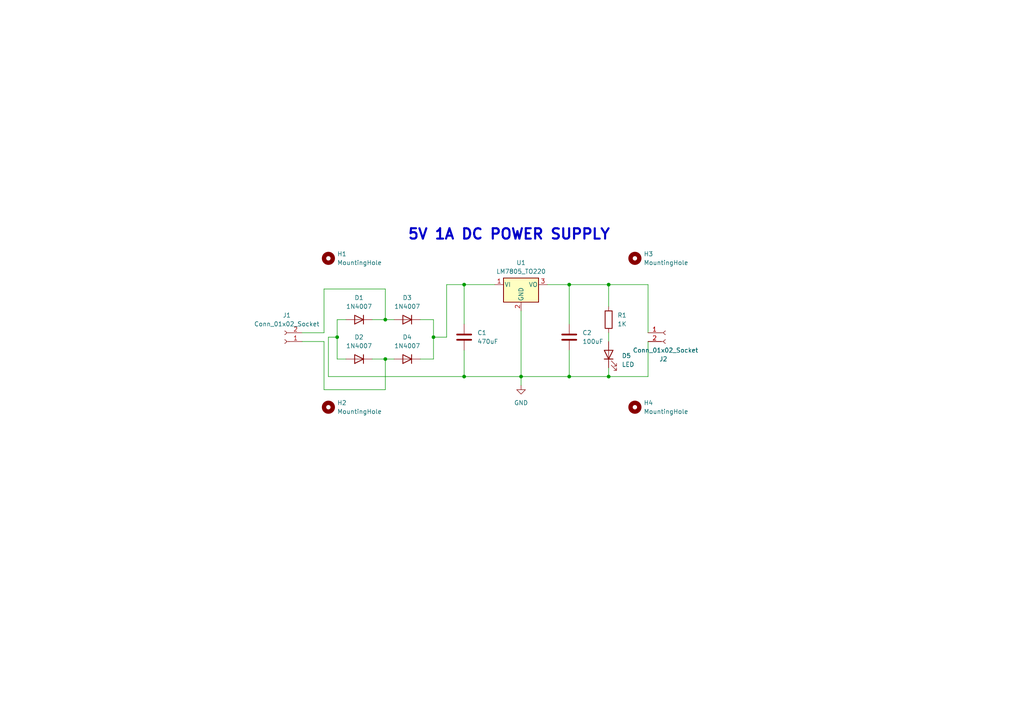
<source format=kicad_sch>
(kicad_sch (version 20230121) (generator eeschema)

  (uuid 6488552b-e040-42b4-8027-4551ee79687a)

  (paper "A4")

  (lib_symbols
    (symbol "Connector:Conn_01x02_Socket" (pin_names (offset 1.016) hide) (in_bom yes) (on_board yes)
      (property "Reference" "J" (at 0 2.54 0)
        (effects (font (size 1.27 1.27)))
      )
      (property "Value" "Conn_01x02_Socket" (at 0 -5.08 0)
        (effects (font (size 1.27 1.27)))
      )
      (property "Footprint" "" (at 0 0 0)
        (effects (font (size 1.27 1.27)) hide)
      )
      (property "Datasheet" "~" (at 0 0 0)
        (effects (font (size 1.27 1.27)) hide)
      )
      (property "ki_locked" "" (at 0 0 0)
        (effects (font (size 1.27 1.27)))
      )
      (property "ki_keywords" "connector" (at 0 0 0)
        (effects (font (size 1.27 1.27)) hide)
      )
      (property "ki_description" "Generic connector, single row, 01x02, script generated" (at 0 0 0)
        (effects (font (size 1.27 1.27)) hide)
      )
      (property "ki_fp_filters" "Connector*:*_1x??_*" (at 0 0 0)
        (effects (font (size 1.27 1.27)) hide)
      )
      (symbol "Conn_01x02_Socket_1_1"
        (arc (start 0 -2.032) (mid -0.5058 -2.54) (end 0 -3.048)
          (stroke (width 0.1524) (type default))
          (fill (type none))
        )
        (polyline
          (pts
            (xy -1.27 -2.54)
            (xy -0.508 -2.54)
          )
          (stroke (width 0.1524) (type default))
          (fill (type none))
        )
        (polyline
          (pts
            (xy -1.27 0)
            (xy -0.508 0)
          )
          (stroke (width 0.1524) (type default))
          (fill (type none))
        )
        (arc (start 0 0.508) (mid -0.5058 0) (end 0 -0.508)
          (stroke (width 0.1524) (type default))
          (fill (type none))
        )
        (pin passive line (at -5.08 0 0) (length 3.81)
          (name "Pin_1" (effects (font (size 1.27 1.27))))
          (number "1" (effects (font (size 1.27 1.27))))
        )
        (pin passive line (at -5.08 -2.54 0) (length 3.81)
          (name "Pin_2" (effects (font (size 1.27 1.27))))
          (number "2" (effects (font (size 1.27 1.27))))
        )
      )
    )
    (symbol "Device:C" (pin_numbers hide) (pin_names (offset 0.254)) (in_bom yes) (on_board yes)
      (property "Reference" "C" (at 0.635 2.54 0)
        (effects (font (size 1.27 1.27)) (justify left))
      )
      (property "Value" "C" (at 0.635 -2.54 0)
        (effects (font (size 1.27 1.27)) (justify left))
      )
      (property "Footprint" "" (at 0.9652 -3.81 0)
        (effects (font (size 1.27 1.27)) hide)
      )
      (property "Datasheet" "~" (at 0 0 0)
        (effects (font (size 1.27 1.27)) hide)
      )
      (property "ki_keywords" "cap capacitor" (at 0 0 0)
        (effects (font (size 1.27 1.27)) hide)
      )
      (property "ki_description" "Unpolarized capacitor" (at 0 0 0)
        (effects (font (size 1.27 1.27)) hide)
      )
      (property "ki_fp_filters" "C_*" (at 0 0 0)
        (effects (font (size 1.27 1.27)) hide)
      )
      (symbol "C_0_1"
        (polyline
          (pts
            (xy -2.032 -0.762)
            (xy 2.032 -0.762)
          )
          (stroke (width 0.508) (type default))
          (fill (type none))
        )
        (polyline
          (pts
            (xy -2.032 0.762)
            (xy 2.032 0.762)
          )
          (stroke (width 0.508) (type default))
          (fill (type none))
        )
      )
      (symbol "C_1_1"
        (pin passive line (at 0 3.81 270) (length 2.794)
          (name "~" (effects (font (size 1.27 1.27))))
          (number "1" (effects (font (size 1.27 1.27))))
        )
        (pin passive line (at 0 -3.81 90) (length 2.794)
          (name "~" (effects (font (size 1.27 1.27))))
          (number "2" (effects (font (size 1.27 1.27))))
        )
      )
    )
    (symbol "Device:LED" (pin_numbers hide) (pin_names (offset 1.016) hide) (in_bom yes) (on_board yes)
      (property "Reference" "D" (at 0 2.54 0)
        (effects (font (size 1.27 1.27)))
      )
      (property "Value" "LED" (at 0 -2.54 0)
        (effects (font (size 1.27 1.27)))
      )
      (property "Footprint" "" (at 0 0 0)
        (effects (font (size 1.27 1.27)) hide)
      )
      (property "Datasheet" "~" (at 0 0 0)
        (effects (font (size 1.27 1.27)) hide)
      )
      (property "ki_keywords" "LED diode" (at 0 0 0)
        (effects (font (size 1.27 1.27)) hide)
      )
      (property "ki_description" "Light emitting diode" (at 0 0 0)
        (effects (font (size 1.27 1.27)) hide)
      )
      (property "ki_fp_filters" "LED* LED_SMD:* LED_THT:*" (at 0 0 0)
        (effects (font (size 1.27 1.27)) hide)
      )
      (symbol "LED_0_1"
        (polyline
          (pts
            (xy -1.27 -1.27)
            (xy -1.27 1.27)
          )
          (stroke (width 0.254) (type default))
          (fill (type none))
        )
        (polyline
          (pts
            (xy -1.27 0)
            (xy 1.27 0)
          )
          (stroke (width 0) (type default))
          (fill (type none))
        )
        (polyline
          (pts
            (xy 1.27 -1.27)
            (xy 1.27 1.27)
            (xy -1.27 0)
            (xy 1.27 -1.27)
          )
          (stroke (width 0.254) (type default))
          (fill (type none))
        )
        (polyline
          (pts
            (xy -3.048 -0.762)
            (xy -4.572 -2.286)
            (xy -3.81 -2.286)
            (xy -4.572 -2.286)
            (xy -4.572 -1.524)
          )
          (stroke (width 0) (type default))
          (fill (type none))
        )
        (polyline
          (pts
            (xy -1.778 -0.762)
            (xy -3.302 -2.286)
            (xy -2.54 -2.286)
            (xy -3.302 -2.286)
            (xy -3.302 -1.524)
          )
          (stroke (width 0) (type default))
          (fill (type none))
        )
      )
      (symbol "LED_1_1"
        (pin passive line (at -3.81 0 0) (length 2.54)
          (name "K" (effects (font (size 1.27 1.27))))
          (number "1" (effects (font (size 1.27 1.27))))
        )
        (pin passive line (at 3.81 0 180) (length 2.54)
          (name "A" (effects (font (size 1.27 1.27))))
          (number "2" (effects (font (size 1.27 1.27))))
        )
      )
    )
    (symbol "Device:R" (pin_numbers hide) (pin_names (offset 0)) (in_bom yes) (on_board yes)
      (property "Reference" "R" (at 2.032 0 90)
        (effects (font (size 1.27 1.27)))
      )
      (property "Value" "R" (at 0 0 90)
        (effects (font (size 1.27 1.27)))
      )
      (property "Footprint" "" (at -1.778 0 90)
        (effects (font (size 1.27 1.27)) hide)
      )
      (property "Datasheet" "~" (at 0 0 0)
        (effects (font (size 1.27 1.27)) hide)
      )
      (property "ki_keywords" "R res resistor" (at 0 0 0)
        (effects (font (size 1.27 1.27)) hide)
      )
      (property "ki_description" "Resistor" (at 0 0 0)
        (effects (font (size 1.27 1.27)) hide)
      )
      (property "ki_fp_filters" "R_*" (at 0 0 0)
        (effects (font (size 1.27 1.27)) hide)
      )
      (symbol "R_0_1"
        (rectangle (start -1.016 -2.54) (end 1.016 2.54)
          (stroke (width 0.254) (type default))
          (fill (type none))
        )
      )
      (symbol "R_1_1"
        (pin passive line (at 0 3.81 270) (length 1.27)
          (name "~" (effects (font (size 1.27 1.27))))
          (number "1" (effects (font (size 1.27 1.27))))
        )
        (pin passive line (at 0 -3.81 90) (length 1.27)
          (name "~" (effects (font (size 1.27 1.27))))
          (number "2" (effects (font (size 1.27 1.27))))
        )
      )
    )
    (symbol "Diode:1N4007" (pin_numbers hide) (pin_names hide) (in_bom yes) (on_board yes)
      (property "Reference" "D" (at 0 2.54 0)
        (effects (font (size 1.27 1.27)))
      )
      (property "Value" "1N4007" (at 0 -2.54 0)
        (effects (font (size 1.27 1.27)))
      )
      (property "Footprint" "Diode_THT:D_DO-41_SOD81_P10.16mm_Horizontal" (at 0 -4.445 0)
        (effects (font (size 1.27 1.27)) hide)
      )
      (property "Datasheet" "http://www.vishay.com/docs/88503/1n4001.pdf" (at 0 0 0)
        (effects (font (size 1.27 1.27)) hide)
      )
      (property "Sim.Device" "D" (at 0 0 0)
        (effects (font (size 1.27 1.27)) hide)
      )
      (property "Sim.Pins" "1=K 2=A" (at 0 0 0)
        (effects (font (size 1.27 1.27)) hide)
      )
      (property "ki_keywords" "diode" (at 0 0 0)
        (effects (font (size 1.27 1.27)) hide)
      )
      (property "ki_description" "1000V 1A General Purpose Rectifier Diode, DO-41" (at 0 0 0)
        (effects (font (size 1.27 1.27)) hide)
      )
      (property "ki_fp_filters" "D*DO?41*" (at 0 0 0)
        (effects (font (size 1.27 1.27)) hide)
      )
      (symbol "1N4007_0_1"
        (polyline
          (pts
            (xy -1.27 1.27)
            (xy -1.27 -1.27)
          )
          (stroke (width 0.254) (type default))
          (fill (type none))
        )
        (polyline
          (pts
            (xy 1.27 0)
            (xy -1.27 0)
          )
          (stroke (width 0) (type default))
          (fill (type none))
        )
        (polyline
          (pts
            (xy 1.27 1.27)
            (xy 1.27 -1.27)
            (xy -1.27 0)
            (xy 1.27 1.27)
          )
          (stroke (width 0.254) (type default))
          (fill (type none))
        )
      )
      (symbol "1N4007_1_1"
        (pin passive line (at -3.81 0 0) (length 2.54)
          (name "K" (effects (font (size 1.27 1.27))))
          (number "1" (effects (font (size 1.27 1.27))))
        )
        (pin passive line (at 3.81 0 180) (length 2.54)
          (name "A" (effects (font (size 1.27 1.27))))
          (number "2" (effects (font (size 1.27 1.27))))
        )
      )
    )
    (symbol "Mechanical:MountingHole" (pin_names (offset 1.016)) (in_bom yes) (on_board yes)
      (property "Reference" "H" (at 0 5.08 0)
        (effects (font (size 1.27 1.27)))
      )
      (property "Value" "MountingHole" (at 0 3.175 0)
        (effects (font (size 1.27 1.27)))
      )
      (property "Footprint" "" (at 0 0 0)
        (effects (font (size 1.27 1.27)) hide)
      )
      (property "Datasheet" "~" (at 0 0 0)
        (effects (font (size 1.27 1.27)) hide)
      )
      (property "ki_keywords" "mounting hole" (at 0 0 0)
        (effects (font (size 1.27 1.27)) hide)
      )
      (property "ki_description" "Mounting Hole without connection" (at 0 0 0)
        (effects (font (size 1.27 1.27)) hide)
      )
      (property "ki_fp_filters" "MountingHole*" (at 0 0 0)
        (effects (font (size 1.27 1.27)) hide)
      )
      (symbol "MountingHole_0_1"
        (circle (center 0 0) (radius 1.27)
          (stroke (width 1.27) (type default))
          (fill (type none))
        )
      )
    )
    (symbol "Regulator_Linear:LM7805_TO220" (pin_names (offset 0.254)) (in_bom yes) (on_board yes)
      (property "Reference" "U" (at -3.81 3.175 0)
        (effects (font (size 1.27 1.27)))
      )
      (property "Value" "LM7805_TO220" (at 0 3.175 0)
        (effects (font (size 1.27 1.27)) (justify left))
      )
      (property "Footprint" "Package_TO_SOT_THT:TO-220-3_Vertical" (at 0 5.715 0)
        (effects (font (size 1.27 1.27) italic) hide)
      )
      (property "Datasheet" "https://www.onsemi.cn/PowerSolutions/document/MC7800-D.PDF" (at 0 -1.27 0)
        (effects (font (size 1.27 1.27)) hide)
      )
      (property "ki_keywords" "Voltage Regulator 1A Positive" (at 0 0 0)
        (effects (font (size 1.27 1.27)) hide)
      )
      (property "ki_description" "Positive 1A 35V Linear Regulator, Fixed Output 5V, TO-220" (at 0 0 0)
        (effects (font (size 1.27 1.27)) hide)
      )
      (property "ki_fp_filters" "TO?220*" (at 0 0 0)
        (effects (font (size 1.27 1.27)) hide)
      )
      (symbol "LM7805_TO220_0_1"
        (rectangle (start -5.08 1.905) (end 5.08 -5.08)
          (stroke (width 0.254) (type default))
          (fill (type background))
        )
      )
      (symbol "LM7805_TO220_1_1"
        (pin power_in line (at -7.62 0 0) (length 2.54)
          (name "VI" (effects (font (size 1.27 1.27))))
          (number "1" (effects (font (size 1.27 1.27))))
        )
        (pin power_in line (at 0 -7.62 90) (length 2.54)
          (name "GND" (effects (font (size 1.27 1.27))))
          (number "2" (effects (font (size 1.27 1.27))))
        )
        (pin power_out line (at 7.62 0 180) (length 2.54)
          (name "VO" (effects (font (size 1.27 1.27))))
          (number "3" (effects (font (size 1.27 1.27))))
        )
      )
    )
    (symbol "power:GND" (power) (pin_names (offset 0)) (in_bom yes) (on_board yes)
      (property "Reference" "#PWR" (at 0 -6.35 0)
        (effects (font (size 1.27 1.27)) hide)
      )
      (property "Value" "GND" (at 0 -3.81 0)
        (effects (font (size 1.27 1.27)))
      )
      (property "Footprint" "" (at 0 0 0)
        (effects (font (size 1.27 1.27)) hide)
      )
      (property "Datasheet" "" (at 0 0 0)
        (effects (font (size 1.27 1.27)) hide)
      )
      (property "ki_keywords" "global power" (at 0 0 0)
        (effects (font (size 1.27 1.27)) hide)
      )
      (property "ki_description" "Power symbol creates a global label with name \"GND\" , ground" (at 0 0 0)
        (effects (font (size 1.27 1.27)) hide)
      )
      (symbol "GND_0_1"
        (polyline
          (pts
            (xy 0 0)
            (xy 0 -1.27)
            (xy 1.27 -1.27)
            (xy 0 -2.54)
            (xy -1.27 -1.27)
            (xy 0 -1.27)
          )
          (stroke (width 0) (type default))
          (fill (type none))
        )
      )
      (symbol "GND_1_1"
        (pin power_in line (at 0 0 270) (length 0) hide
          (name "GND" (effects (font (size 1.27 1.27))))
          (number "1" (effects (font (size 1.27 1.27))))
        )
      )
    )
  )

  (junction (at 125.73 97.79) (diameter 0) (color 0 0 0 0)
    (uuid 068f0964-88ff-4afd-bc97-aa00ea8c53fe)
  )
  (junction (at 134.62 82.55) (diameter 0) (color 0 0 0 0)
    (uuid 2b942fb1-d495-49e2-95da-17e6fa0c4440)
  )
  (junction (at 134.62 109.22) (diameter 0) (color 0 0 0 0)
    (uuid 2cca1893-65cf-40be-8133-f0540ffef898)
  )
  (junction (at 151.13 109.22) (diameter 0) (color 0 0 0 0)
    (uuid 38894a25-5d83-4ce6-85a0-3a171645999b)
  )
  (junction (at 165.1 82.55) (diameter 0) (color 0 0 0 0)
    (uuid 478e3102-082b-4839-9337-b4295370efb4)
  )
  (junction (at 111.76 104.14) (diameter 0) (color 0 0 0 0)
    (uuid 6414af67-5818-4ccd-931c-e407c0627a58)
  )
  (junction (at 165.1 109.22) (diameter 0) (color 0 0 0 0)
    (uuid 703beb14-6425-4e77-afd4-fa1ac6ad1c1d)
  )
  (junction (at 97.79 97.79) (diameter 0) (color 0 0 0 0)
    (uuid 768e9886-100b-49a9-a17d-9a04d60f9a81)
  )
  (junction (at 111.76 92.71) (diameter 0) (color 0 0 0 0)
    (uuid ae0b3ec6-36ee-4898-8579-c460f25701ca)
  )
  (junction (at 176.53 109.22) (diameter 0) (color 0 0 0 0)
    (uuid be7c3ea1-ebef-4efc-b498-954ab31d99c4)
  )
  (junction (at 176.53 82.55) (diameter 0) (color 0 0 0 0)
    (uuid f819e64e-79f4-4211-ba66-40b725366ec5)
  )

  (wire (pts (xy 165.1 109.22) (xy 176.53 109.22))
    (stroke (width 0) (type default))
    (uuid 071645d1-3716-401e-9414-71b1d48a20b2)
  )
  (wire (pts (xy 95.25 109.22) (xy 95.25 97.79))
    (stroke (width 0) (type default))
    (uuid 168cbff2-a1fd-4aea-bb30-bce3c286309e)
  )
  (wire (pts (xy 107.95 92.71) (xy 111.76 92.71))
    (stroke (width 0) (type default))
    (uuid 19b72e42-effa-40d7-b442-b94e7081f1b3)
  )
  (wire (pts (xy 158.75 82.55) (xy 165.1 82.55))
    (stroke (width 0) (type default))
    (uuid 1e2bad52-9fd1-4686-9c0b-49155ff03ae5)
  )
  (wire (pts (xy 125.73 92.71) (xy 125.73 97.79))
    (stroke (width 0) (type default))
    (uuid 1f49af15-52b6-4bce-ba43-0881d4fe7c48)
  )
  (wire (pts (xy 165.1 82.55) (xy 176.53 82.55))
    (stroke (width 0) (type default))
    (uuid 1fe17e86-2a31-4f7d-8e40-6811b2352e4d)
  )
  (wire (pts (xy 125.73 97.79) (xy 129.54 97.79))
    (stroke (width 0) (type default))
    (uuid 32befe77-e96e-45b4-b986-f732e9388182)
  )
  (wire (pts (xy 134.62 109.22) (xy 151.13 109.22))
    (stroke (width 0) (type default))
    (uuid 34833db6-f2ad-44fa-8e36-bafe1ddcf206)
  )
  (wire (pts (xy 93.98 83.82) (xy 111.76 83.82))
    (stroke (width 0) (type default))
    (uuid 4c556f87-25cb-4e13-8d4d-57b4864a8986)
  )
  (wire (pts (xy 87.63 96.52) (xy 93.98 96.52))
    (stroke (width 0) (type default))
    (uuid 4f9a40b0-64ca-40be-b3d4-97a4cc1c164d)
  )
  (wire (pts (xy 97.79 104.14) (xy 100.33 104.14))
    (stroke (width 0) (type default))
    (uuid 54a72f4e-0bff-4f87-ac8e-f3c359a56170)
  )
  (wire (pts (xy 176.53 82.55) (xy 187.96 82.55))
    (stroke (width 0) (type default))
    (uuid 5d07bf5e-22aa-46a9-bfd6-8bb6b120fd33)
  )
  (wire (pts (xy 187.96 82.55) (xy 187.96 96.52))
    (stroke (width 0) (type default))
    (uuid 5da3b9e4-e231-473a-ab14-0bf4cd335e2c)
  )
  (wire (pts (xy 93.98 99.06) (xy 93.98 113.03))
    (stroke (width 0) (type default))
    (uuid 5db8ec07-8e90-4325-b7fd-5f553b20ccd8)
  )
  (wire (pts (xy 111.76 104.14) (xy 114.3 104.14))
    (stroke (width 0) (type default))
    (uuid 5eb35789-abff-44fc-abe4-082febcc03b7)
  )
  (wire (pts (xy 165.1 82.55) (xy 165.1 93.98))
    (stroke (width 0) (type default))
    (uuid 66c3de07-6027-48d5-a1b3-53132ad38d14)
  )
  (wire (pts (xy 176.53 82.55) (xy 176.53 88.9))
    (stroke (width 0) (type default))
    (uuid 707bfb3c-ed2b-4a19-b832-b3e0937c89bf)
  )
  (wire (pts (xy 151.13 109.22) (xy 151.13 111.76))
    (stroke (width 0) (type default))
    (uuid 73a61fb6-e128-4c69-bc96-7131cc9f5fd5)
  )
  (wire (pts (xy 87.63 99.06) (xy 93.98 99.06))
    (stroke (width 0) (type default))
    (uuid 83496627-5232-4cff-a7c3-d7ad5f3d77c2)
  )
  (wire (pts (xy 125.73 97.79) (xy 125.73 104.14))
    (stroke (width 0) (type default))
    (uuid 8574bda2-db56-4e89-921f-9506fde0a0bf)
  )
  (wire (pts (xy 121.92 92.71) (xy 125.73 92.71))
    (stroke (width 0) (type default))
    (uuid 8b4194d6-d3b4-4786-96bf-443c35fdf1a7)
  )
  (wire (pts (xy 97.79 97.79) (xy 97.79 104.14))
    (stroke (width 0) (type default))
    (uuid 8e4c7abe-30c2-4e05-9cb0-0d8c5133910c)
  )
  (wire (pts (xy 97.79 92.71) (xy 97.79 97.79))
    (stroke (width 0) (type default))
    (uuid 8e7f857e-a622-4fc8-b35e-b237e25592a9)
  )
  (wire (pts (xy 129.54 82.55) (xy 134.62 82.55))
    (stroke (width 0) (type default))
    (uuid 92178e08-b0fb-48db-b25f-86f6cfc16779)
  )
  (wire (pts (xy 134.62 82.55) (xy 143.51 82.55))
    (stroke (width 0) (type default))
    (uuid 9875aea0-5bc3-4250-a04d-f6f7fbaa2fb3)
  )
  (wire (pts (xy 151.13 90.17) (xy 151.13 109.22))
    (stroke (width 0) (type default))
    (uuid 98bf50c6-2936-4498-8cb5-11aea1ec39c8)
  )
  (wire (pts (xy 176.53 96.52) (xy 176.53 99.06))
    (stroke (width 0) (type default))
    (uuid a33f6d87-53f2-4f62-b154-fcbbb5f97f48)
  )
  (wire (pts (xy 111.76 104.14) (xy 111.76 113.03))
    (stroke (width 0) (type default))
    (uuid a407f79b-3526-4b01-ba9d-133057e6d522)
  )
  (wire (pts (xy 151.13 109.22) (xy 165.1 109.22))
    (stroke (width 0) (type default))
    (uuid a98c511b-1a53-49f8-8fe2-aac37f7c7d65)
  )
  (wire (pts (xy 176.53 106.68) (xy 176.53 109.22))
    (stroke (width 0) (type default))
    (uuid abca185a-6376-4c3e-acf9-6935a16e850d)
  )
  (wire (pts (xy 95.25 97.79) (xy 97.79 97.79))
    (stroke (width 0) (type default))
    (uuid b1d2ae62-41f9-4c7d-80ba-cac628758d44)
  )
  (wire (pts (xy 121.92 104.14) (xy 125.73 104.14))
    (stroke (width 0) (type default))
    (uuid b68b4f0e-ae6a-40c3-9303-df7c74cbe8e1)
  )
  (wire (pts (xy 93.98 113.03) (xy 111.76 113.03))
    (stroke (width 0) (type default))
    (uuid b6b86405-a71e-4694-b180-8769fed03605)
  )
  (wire (pts (xy 93.98 96.52) (xy 93.98 83.82))
    (stroke (width 0) (type default))
    (uuid bf89da74-59d4-4968-9b91-25d339f449dc)
  )
  (wire (pts (xy 107.95 104.14) (xy 111.76 104.14))
    (stroke (width 0) (type default))
    (uuid c12c9c90-8a2b-424f-b550-a489bc9708aa)
  )
  (wire (pts (xy 134.62 109.22) (xy 95.25 109.22))
    (stroke (width 0) (type default))
    (uuid c70653e4-48db-4e8d-8bc3-82c2bf38835b)
  )
  (wire (pts (xy 111.76 92.71) (xy 114.3 92.71))
    (stroke (width 0) (type default))
    (uuid c7e033f4-5b45-4bb2-9823-06fbeaaf8e6d)
  )
  (wire (pts (xy 97.79 92.71) (xy 100.33 92.71))
    (stroke (width 0) (type default))
    (uuid cc414921-2ad1-4a42-bb8e-8b5a47d3c140)
  )
  (wire (pts (xy 111.76 83.82) (xy 111.76 92.71))
    (stroke (width 0) (type default))
    (uuid cc60e0bc-f24f-4f66-a957-b22ae4095fee)
  )
  (wire (pts (xy 129.54 97.79) (xy 129.54 82.55))
    (stroke (width 0) (type default))
    (uuid cf5fc90b-af1b-41fc-bf90-f484521f9d54)
  )
  (wire (pts (xy 134.62 82.55) (xy 134.62 93.98))
    (stroke (width 0) (type default))
    (uuid d21d92eb-bdb3-4daf-b589-c53f9ce95767)
  )
  (wire (pts (xy 187.96 99.06) (xy 187.96 109.22))
    (stroke (width 0) (type default))
    (uuid d5baa6d8-3a3b-4914-bf4b-d4a0bd81f2e1)
  )
  (wire (pts (xy 176.53 109.22) (xy 187.96 109.22))
    (stroke (width 0) (type default))
    (uuid de30342f-d755-4c5b-877c-adb92205f97d)
  )
  (wire (pts (xy 134.62 101.6) (xy 134.62 109.22))
    (stroke (width 0) (type default))
    (uuid e12e849f-c6bf-49bf-8e50-599232d4e2d7)
  )
  (wire (pts (xy 165.1 101.6) (xy 165.1 109.22))
    (stroke (width 0) (type default))
    (uuid ed471a56-de65-47a8-94d2-0cf012bf93b5)
  )

  (text "5V 1A DC POWER SUPPLY" (at 118.11 69.85 0)
    (effects (font (size 3 3) (thickness 0.6) bold) (justify left bottom))
    (uuid 8549eaa5-eb90-4b67-a1ff-9545f90d2504)
  )

  (symbol (lib_id "Mechanical:MountingHole") (at 184.15 74.93 0) (unit 1)
    (in_bom yes) (on_board yes) (dnp no) (fields_autoplaced)
    (uuid 26755071-a951-443f-bab0-327ea980fca3)
    (property "Reference" "H3" (at 186.69 73.66 0)
      (effects (font (size 1.27 1.27)) (justify left))
    )
    (property "Value" "MountingHole" (at 186.69 76.2 0)
      (effects (font (size 1.27 1.27)) (justify left))
    )
    (property "Footprint" "MountingHole:MountingHole_2.2mm_M2_Pad_TopOnly" (at 184.15 74.93 0)
      (effects (font (size 1.27 1.27)) hide)
    )
    (property "Datasheet" "~" (at 184.15 74.93 0)
      (effects (font (size 1.27 1.27)) hide)
    )
    (instances
      (project "powersupply5v1A"
        (path "/6488552b-e040-42b4-8027-4551ee79687a"
          (reference "H3") (unit 1)
        )
      )
    )
  )

  (symbol (lib_id "Device:LED") (at 176.53 102.87 90) (unit 1)
    (in_bom yes) (on_board yes) (dnp no) (fields_autoplaced)
    (uuid 4c528ec2-644c-4114-b153-81937e3968bc)
    (property "Reference" "D5" (at 180.34 103.1875 90)
      (effects (font (size 1.27 1.27)) (justify right))
    )
    (property "Value" "LED" (at 180.34 105.7275 90)
      (effects (font (size 1.27 1.27)) (justify right))
    )
    (property "Footprint" "LED_THT:LED_D3.0mm" (at 176.53 102.87 0)
      (effects (font (size 1.27 1.27)) hide)
    )
    (property "Datasheet" "~" (at 176.53 102.87 0)
      (effects (font (size 1.27 1.27)) hide)
    )
    (pin "1" (uuid 3ab18361-4e4f-4b96-b291-c35d352da55b))
    (pin "2" (uuid 76e04b64-98b4-4562-a978-0c3cf91cc553))
    (instances
      (project "powersupply5v1A"
        (path "/6488552b-e040-42b4-8027-4551ee79687a"
          (reference "D5") (unit 1)
        )
      )
    )
  )

  (symbol (lib_id "Device:C") (at 165.1 97.79 0) (unit 1)
    (in_bom yes) (on_board yes) (dnp no) (fields_autoplaced)
    (uuid 5ae3d96f-ed53-42aa-8fcb-a8ed8b4c1290)
    (property "Reference" "C2" (at 168.91 96.52 0)
      (effects (font (size 1.27 1.27)) (justify left))
    )
    (property "Value" "100uF" (at 168.91 99.06 0)
      (effects (font (size 1.27 1.27)) (justify left))
    )
    (property "Footprint" "Capacitor_THT:CP_Radial_D10.0mm_P3.50mm" (at 166.0652 101.6 0)
      (effects (font (size 1.27 1.27)) hide)
    )
    (property "Datasheet" "~" (at 165.1 97.79 0)
      (effects (font (size 1.27 1.27)) hide)
    )
    (pin "1" (uuid 14736be2-c640-4d27-bcaf-983e04be38ff))
    (pin "2" (uuid f84ab436-00b7-45d8-95e6-50a163ec0bdb))
    (instances
      (project "powersupply5v1A"
        (path "/6488552b-e040-42b4-8027-4551ee79687a"
          (reference "C2") (unit 1)
        )
      )
    )
  )

  (symbol (lib_id "Mechanical:MountingHole") (at 95.25 74.93 0) (unit 1)
    (in_bom yes) (on_board yes) (dnp no) (fields_autoplaced)
    (uuid 61d8a9e8-3afa-4ba1-b0cf-64724e404548)
    (property "Reference" "H1" (at 97.79 73.66 0)
      (effects (font (size 1.27 1.27)) (justify left))
    )
    (property "Value" "MountingHole" (at 97.79 76.2 0)
      (effects (font (size 1.27 1.27)) (justify left))
    )
    (property "Footprint" "MountingHole:MountingHole_2.2mm_M2_Pad_TopOnly" (at 95.25 74.93 0)
      (effects (font (size 1.27 1.27)) hide)
    )
    (property "Datasheet" "~" (at 95.25 74.93 0)
      (effects (font (size 1.27 1.27)) hide)
    )
    (instances
      (project "powersupply5v1A"
        (path "/6488552b-e040-42b4-8027-4551ee79687a"
          (reference "H1") (unit 1)
        )
      )
    )
  )

  (symbol (lib_id "Diode:1N4007") (at 104.14 92.71 180) (unit 1)
    (in_bom yes) (on_board yes) (dnp no)
    (uuid 6a4c0b51-bbfa-4604-a058-7b2d60bd217a)
    (property "Reference" "D1" (at 104.14 86.36 0)
      (effects (font (size 1.27 1.27)))
    )
    (property "Value" "1N4007" (at 104.14 88.9 0)
      (effects (font (size 1.27 1.27)))
    )
    (property "Footprint" "Diode_THT:D_DO-41_SOD81_P10.16mm_Horizontal" (at 104.14 88.265 0)
      (effects (font (size 1.27 1.27)) hide)
    )
    (property "Datasheet" "http://www.vishay.com/docs/88503/1n4001.pdf" (at 104.14 92.71 0)
      (effects (font (size 1.27 1.27)) hide)
    )
    (property "Sim.Device" "D" (at 104.14 92.71 0)
      (effects (font (size 1.27 1.27)) hide)
    )
    (property "Sim.Pins" "1=K 2=A" (at 104.14 92.71 0)
      (effects (font (size 1.27 1.27)) hide)
    )
    (pin "1" (uuid 8deced8a-e4cf-4f29-9773-0e51ac8d0954))
    (pin "2" (uuid d558fdbd-1ee6-4104-8d58-2eb466151511))
    (instances
      (project "powersupply5v1A"
        (path "/6488552b-e040-42b4-8027-4551ee79687a"
          (reference "D1") (unit 1)
        )
      )
    )
  )

  (symbol (lib_id "Device:C") (at 134.62 97.79 0) (unit 1)
    (in_bom yes) (on_board yes) (dnp no) (fields_autoplaced)
    (uuid 740c12da-52d1-4343-99d5-9378278e8de3)
    (property "Reference" "C1" (at 138.43 96.52 0)
      (effects (font (size 1.27 1.27)) (justify left))
    )
    (property "Value" "470uF" (at 138.43 99.06 0)
      (effects (font (size 1.27 1.27)) (justify left))
    )
    (property "Footprint" "Capacitor_THT:CP_Radial_D12.5mm_P2.50mm" (at 135.5852 101.6 0)
      (effects (font (size 1.27 1.27)) hide)
    )
    (property "Datasheet" "~" (at 134.62 97.79 0)
      (effects (font (size 1.27 1.27)) hide)
    )
    (pin "1" (uuid 597f32fa-e847-46f5-96de-df9206be3574))
    (pin "2" (uuid c9bb6818-e894-4245-8971-3977f50e107f))
    (instances
      (project "powersupply5v1A"
        (path "/6488552b-e040-42b4-8027-4551ee79687a"
          (reference "C1") (unit 1)
        )
      )
    )
  )

  (symbol (lib_id "Diode:1N4007") (at 118.11 104.14 180) (unit 1)
    (in_bom yes) (on_board yes) (dnp no) (fields_autoplaced)
    (uuid 7e735544-03e7-44d2-beab-e173dfaf3225)
    (property "Reference" "D4" (at 118.11 97.79 0)
      (effects (font (size 1.27 1.27)))
    )
    (property "Value" "1N4007" (at 118.11 100.33 0)
      (effects (font (size 1.27 1.27)))
    )
    (property "Footprint" "Diode_THT:D_DO-41_SOD81_P10.16mm_Horizontal" (at 118.11 99.695 0)
      (effects (font (size 1.27 1.27)) hide)
    )
    (property "Datasheet" "http://www.vishay.com/docs/88503/1n4001.pdf" (at 118.11 104.14 0)
      (effects (font (size 1.27 1.27)) hide)
    )
    (property "Sim.Device" "D" (at 118.11 104.14 0)
      (effects (font (size 1.27 1.27)) hide)
    )
    (property "Sim.Pins" "1=K 2=A" (at 118.11 104.14 0)
      (effects (font (size 1.27 1.27)) hide)
    )
    (pin "1" (uuid aab937f5-3a85-40e6-b0d3-2e46db05aba7))
    (pin "2" (uuid 028db59e-23d3-4138-8bd6-9c6632efcbae))
    (instances
      (project "powersupply5v1A"
        (path "/6488552b-e040-42b4-8027-4551ee79687a"
          (reference "D4") (unit 1)
        )
      )
    )
  )

  (symbol (lib_id "Mechanical:MountingHole") (at 184.15 118.11 0) (unit 1)
    (in_bom yes) (on_board yes) (dnp no) (fields_autoplaced)
    (uuid 8844690d-f3bc-4729-b4d9-a283eaeb5b4c)
    (property "Reference" "H4" (at 186.69 116.84 0)
      (effects (font (size 1.27 1.27)) (justify left))
    )
    (property "Value" "MountingHole" (at 186.69 119.38 0)
      (effects (font (size 1.27 1.27)) (justify left))
    )
    (property "Footprint" "MountingHole:MountingHole_2.2mm_M2_Pad_TopOnly" (at 184.15 118.11 0)
      (effects (font (size 1.27 1.27)) hide)
    )
    (property "Datasheet" "~" (at 184.15 118.11 0)
      (effects (font (size 1.27 1.27)) hide)
    )
    (instances
      (project "powersupply5v1A"
        (path "/6488552b-e040-42b4-8027-4551ee79687a"
          (reference "H4") (unit 1)
        )
      )
    )
  )

  (symbol (lib_id "Connector:Conn_01x02_Socket") (at 82.55 99.06 180) (unit 1)
    (in_bom yes) (on_board yes) (dnp no) (fields_autoplaced)
    (uuid 91537358-99b0-4cf6-a058-d350e4ad6cfc)
    (property "Reference" "J1" (at 83.185 91.44 0)
      (effects (font (size 1.27 1.27)))
    )
    (property "Value" "Conn_01x02_Socket" (at 83.185 93.98 0)
      (effects (font (size 1.27 1.27)))
    )
    (property "Footprint" "Connector_BarrelJack:BarrelJack_CUI_PJ-063AH_Horizontal" (at 82.55 99.06 0)
      (effects (font (size 1.27 1.27)) hide)
    )
    (property "Datasheet" "~" (at 82.55 99.06 0)
      (effects (font (size 1.27 1.27)) hide)
    )
    (pin "1" (uuid f75a9904-d187-48e7-8e95-ace887fadab3))
    (pin "2" (uuid 86940771-ab25-4ea5-9326-5e808cba3801))
    (instances
      (project "powersupply5v1A"
        (path "/6488552b-e040-42b4-8027-4551ee79687a"
          (reference "J1") (unit 1)
        )
      )
    )
  )

  (symbol (lib_id "Mechanical:MountingHole") (at 95.25 118.11 0) (unit 1)
    (in_bom yes) (on_board yes) (dnp no) (fields_autoplaced)
    (uuid 975fba54-3ec7-4351-b480-fc62d37b4cc4)
    (property "Reference" "H2" (at 97.79 116.84 0)
      (effects (font (size 1.27 1.27)) (justify left))
    )
    (property "Value" "MountingHole" (at 97.79 119.38 0)
      (effects (font (size 1.27 1.27)) (justify left))
    )
    (property "Footprint" "MountingHole:MountingHole_2.2mm_M2_Pad_TopOnly" (at 95.25 118.11 0)
      (effects (font (size 1.27 1.27)) hide)
    )
    (property "Datasheet" "~" (at 95.25 118.11 0)
      (effects (font (size 1.27 1.27)) hide)
    )
    (instances
      (project "powersupply5v1A"
        (path "/6488552b-e040-42b4-8027-4551ee79687a"
          (reference "H2") (unit 1)
        )
      )
    )
  )

  (symbol (lib_id "Diode:1N4007") (at 118.11 92.71 180) (unit 1)
    (in_bom yes) (on_board yes) (dnp no) (fields_autoplaced)
    (uuid abb6b093-aa67-4064-ad8d-e35ba9de19e9)
    (property "Reference" "D3" (at 118.11 86.36 0)
      (effects (font (size 1.27 1.27)))
    )
    (property "Value" "1N4007" (at 118.11 88.9 0)
      (effects (font (size 1.27 1.27)))
    )
    (property "Footprint" "Diode_THT:D_DO-41_SOD81_P10.16mm_Horizontal" (at 118.11 88.265 0)
      (effects (font (size 1.27 1.27)) hide)
    )
    (property "Datasheet" "http://www.vishay.com/docs/88503/1n4001.pdf" (at 118.11 92.71 0)
      (effects (font (size 1.27 1.27)) hide)
    )
    (property "Sim.Device" "D" (at 118.11 92.71 0)
      (effects (font (size 1.27 1.27)) hide)
    )
    (property "Sim.Pins" "1=K 2=A" (at 118.11 92.71 0)
      (effects (font (size 1.27 1.27)) hide)
    )
    (pin "1" (uuid af1f0f25-50a9-47a4-92b7-33c94cc2b377))
    (pin "2" (uuid cbe176dc-c6ef-4f71-9090-3ad346d1f9e5))
    (instances
      (project "powersupply5v1A"
        (path "/6488552b-e040-42b4-8027-4551ee79687a"
          (reference "D3") (unit 1)
        )
      )
    )
  )

  (symbol (lib_id "Diode:1N4007") (at 104.14 104.14 180) (unit 1)
    (in_bom yes) (on_board yes) (dnp no) (fields_autoplaced)
    (uuid b1c77611-6a4b-42a2-b166-12871e4c1c7d)
    (property "Reference" "D2" (at 104.14 97.79 0)
      (effects (font (size 1.27 1.27)))
    )
    (property "Value" "1N4007" (at 104.14 100.33 0)
      (effects (font (size 1.27 1.27)))
    )
    (property "Footprint" "Diode_THT:D_DO-41_SOD81_P10.16mm_Horizontal" (at 104.14 99.695 0)
      (effects (font (size 1.27 1.27)) hide)
    )
    (property "Datasheet" "http://www.vishay.com/docs/88503/1n4001.pdf" (at 104.14 104.14 0)
      (effects (font (size 1.27 1.27)) hide)
    )
    (property "Sim.Device" "D" (at 104.14 104.14 0)
      (effects (font (size 1.27 1.27)) hide)
    )
    (property "Sim.Pins" "1=K 2=A" (at 104.14 104.14 0)
      (effects (font (size 1.27 1.27)) hide)
    )
    (pin "1" (uuid d8decaff-fb33-4470-ad46-9036c6845cbe))
    (pin "2" (uuid 24c9c5c6-d085-4787-bc44-469ce1290ca5))
    (instances
      (project "powersupply5v1A"
        (path "/6488552b-e040-42b4-8027-4551ee79687a"
          (reference "D2") (unit 1)
        )
      )
    )
  )

  (symbol (lib_id "Regulator_Linear:LM7805_TO220") (at 151.13 82.55 0) (unit 1)
    (in_bom yes) (on_board yes) (dnp no) (fields_autoplaced)
    (uuid cf3bec34-bc53-4a0d-aca6-9cc2832d5cf3)
    (property "Reference" "U1" (at 151.13 76.2 0)
      (effects (font (size 1.27 1.27)))
    )
    (property "Value" "LM7805_TO220" (at 151.13 78.74 0)
      (effects (font (size 1.27 1.27)))
    )
    (property "Footprint" "Package_TO_SOT_THT:TO-220-3_Vertical" (at 151.13 76.835 0)
      (effects (font (size 1.27 1.27) italic) hide)
    )
    (property "Datasheet" "https://www.onsemi.cn/PowerSolutions/document/MC7800-D.PDF" (at 151.13 83.82 0)
      (effects (font (size 1.27 1.27)) hide)
    )
    (pin "1" (uuid db97f594-8536-4471-b975-827e131c4da5))
    (pin "2" (uuid 6e4b3683-d956-401d-9e82-e3147b8f78c4))
    (pin "3" (uuid bcd6df6a-9da1-4811-8abd-5fb2926d3805))
    (instances
      (project "powersupply5v1A"
        (path "/6488552b-e040-42b4-8027-4551ee79687a"
          (reference "U1") (unit 1)
        )
      )
    )
  )

  (symbol (lib_id "Connector:Conn_01x02_Socket") (at 193.04 96.52 0) (unit 1)
    (in_bom yes) (on_board yes) (dnp no)
    (uuid d13c7867-3c31-46b6-94a4-f4233f08ad93)
    (property "Reference" "J2" (at 192.405 104.14 0)
      (effects (font (size 1.27 1.27)))
    )
    (property "Value" "Conn_01x02_Socket" (at 193.04 101.6 0)
      (effects (font (size 1.27 1.27)))
    )
    (property "Footprint" "Connector_USB:USB_A_TE_292303-7_Horizontal" (at 193.04 96.52 0)
      (effects (font (size 1.27 1.27)) hide)
    )
    (property "Datasheet" "~" (at 193.04 96.52 0)
      (effects (font (size 1.27 1.27)) hide)
    )
    (pin "1" (uuid 316c0279-36bc-48dd-b33f-c3af0e49c0c2))
    (pin "2" (uuid bd9fcc1f-62a8-4dac-b7a4-c50aa3eb0ce6))
    (instances
      (project "powersupply5v1A"
        (path "/6488552b-e040-42b4-8027-4551ee79687a"
          (reference "J2") (unit 1)
        )
      )
    )
  )

  (symbol (lib_id "power:GND") (at 151.13 111.76 0) (unit 1)
    (in_bom yes) (on_board yes) (dnp no) (fields_autoplaced)
    (uuid e9fbcad4-9848-4fbf-925c-5f45f9eb5e29)
    (property "Reference" "#PWR01" (at 151.13 118.11 0)
      (effects (font (size 1.27 1.27)) hide)
    )
    (property "Value" "GND" (at 151.13 116.84 0)
      (effects (font (size 1.27 1.27)))
    )
    (property "Footprint" "" (at 151.13 111.76 0)
      (effects (font (size 1.27 1.27)) hide)
    )
    (property "Datasheet" "" (at 151.13 111.76 0)
      (effects (font (size 1.27 1.27)) hide)
    )
    (pin "1" (uuid f39722c9-28d1-45b2-94f2-7c7c5ac037cb))
    (instances
      (project "powersupply5v1A"
        (path "/6488552b-e040-42b4-8027-4551ee79687a"
          (reference "#PWR01") (unit 1)
        )
      )
    )
  )

  (symbol (lib_id "Device:R") (at 176.53 92.71 0) (unit 1)
    (in_bom yes) (on_board yes) (dnp no) (fields_autoplaced)
    (uuid f06b96d6-0338-4dc0-8f0b-4aa417641142)
    (property "Reference" "R1" (at 179.07 91.44 0)
      (effects (font (size 1.27 1.27)) (justify left))
    )
    (property "Value" "1K" (at 179.07 93.98 0)
      (effects (font (size 1.27 1.27)) (justify left))
    )
    (property "Footprint" "Resistor_THT:R_Axial_DIN0614_L14.3mm_D5.7mm_P20.32mm_Horizontal" (at 174.752 92.71 90)
      (effects (font (size 1.27 1.27)) hide)
    )
    (property "Datasheet" "~" (at 176.53 92.71 0)
      (effects (font (size 1.27 1.27)) hide)
    )
    (pin "1" (uuid 0fedb037-8e38-4c45-8e3a-52b3ad32ee0d))
    (pin "2" (uuid 20893875-210c-4976-862b-6a2dbdb76cf5))
    (instances
      (project "powersupply5v1A"
        (path "/6488552b-e040-42b4-8027-4551ee79687a"
          (reference "R1") (unit 1)
        )
      )
    )
  )

  (sheet_instances
    (path "/" (page "1"))
  )
)

</source>
